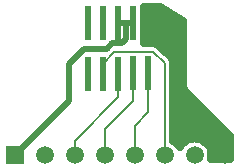
<source format=gbr>
%TF.GenerationSoftware,Novarm,DipTrace,3.2.0.1*%
%TF.CreationDate,2018-02-01T20:33:37-08:00*%
%FSLAX26Y26*%
%MOIN*%
%TF.FileFunction,Copper,L1,Top*%
%TF.Part,Single*%
%TA.AperFunction,Conductor*%
%ADD14C,0.019685*%
%ADD15C,0.006*%
%TA.AperFunction,CopperBalancing*%
%ADD16C,0.025*%
%TA.AperFunction,ComponentPad*%
%ADD17R,0.059055X0.059055*%
%ADD18C,0.059055*%
%ADD19R,0.019685X0.11811*%
G75*
G01*
%LPD*%
X837803Y899501D2*
D14*
X814098D1*
X789378D1*
X788197Y898320D1*
X814098Y899501D2*
Y845336D1*
X800294Y831531D1*
X769041D1*
X750289Y812780D1*
X675281D1*
X625276Y762774D1*
Y639277D1*
X443514Y457516D1*
X743514D2*
D15*
Y543478D1*
X837798Y637761D1*
Y730205D1*
X837803Y730210D1*
X943514Y457516D2*
Y763319D1*
X906555Y800278D1*
X775291D1*
X737787Y762774D1*
Y728257D1*
X737803Y728241D1*
X643514Y457516D2*
Y505984D1*
X787793Y650262D1*
Y729412D1*
X787803Y729423D1*
X843514Y457516D2*
Y555969D1*
X887803Y600257D1*
Y730997D1*
X1143514Y457516D2*
Y525815D1*
X987814Y681516D1*
Y819030D1*
X906555Y900289D1*
X887803D1*
X877819Y925427D2*
D16*
X969276D1*
X877819Y900558D2*
X1004083D1*
X877819Y875689D2*
X1004083D1*
X877819Y850820D2*
X1004083D1*
X923571Y825951D2*
X1004083D1*
X949946Y801083D2*
X1004083D1*
X972552Y776214D2*
X1004083D1*
X975495Y751345D2*
X1004083D1*
X975495Y726476D2*
X1004083D1*
X975495Y701608D2*
X1004083D1*
X975495Y676739D2*
X1004083D1*
X975495Y651870D2*
X1028520D1*
X975495Y627001D2*
X1053387D1*
X975495Y602133D2*
X1078256D1*
X975495Y577264D2*
X1103123D1*
X975495Y552395D2*
X1128026D1*
X975495Y527526D2*
X1152895D1*
X979192Y502657D2*
X1007850D1*
X1079201D2*
X1160323D1*
X1098255Y477789D2*
X1160323D1*
X1101844Y452920D2*
X1160323D1*
X972999Y505138D2*
X979896Y500113D1*
X986112Y493898D1*
X991280Y486786D1*
X993601Y482948D1*
X998193Y490444D1*
X1003903Y497127D1*
X1010587Y502837D1*
X1018083Y507429D1*
X1026203Y510794D1*
X1034751Y512845D1*
X1043514Y513535D1*
X1052278Y512845D1*
X1060825Y510794D1*
X1068946Y507429D1*
X1076442Y502837D1*
X1083126Y497127D1*
X1088836Y490444D1*
X1093428Y482948D1*
X1096793Y474827D1*
X1098844Y466280D1*
X1099534Y457516D1*
X1098844Y448752D1*
X1097861Y443992D1*
X1162828Y443990D1*
X1162833Y520088D1*
X1008954Y674168D1*
X1007518Y676732D1*
X1006720Y679560D1*
X1006567Y690702D1*
Y905541D1*
X928232Y950299D1*
X875327Y950295D1*
X875301Y829773D1*
X908869Y829680D1*
X913440Y828955D1*
X917841Y827525D1*
X921965Y825424D1*
X925709Y822705D1*
X964369Y784173D1*
X967374Y780654D1*
X969793Y776709D1*
X971563Y772433D1*
X972643Y767933D1*
X973007Y763310D1*
Y505133D1*
D17*
X443514Y457516D3*
D18*
X543514D3*
X643514D3*
X743514D3*
X843514D3*
X943514D3*
X1043514D3*
X1143514D3*
D19*
X887803Y900289D3*
X837803Y899501D3*
X788197Y898320D3*
X737803Y897533D3*
X687803Y896745D3*
Y727454D3*
X737803Y728241D3*
X787803Y729423D3*
X837803Y730210D3*
X887803Y730997D3*
M02*

</source>
